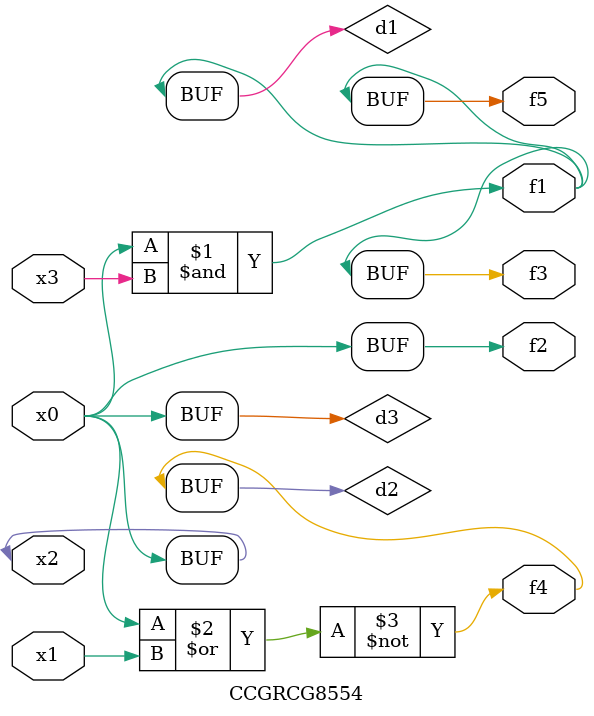
<source format=v>
module CCGRCG8554(
	input x0, x1, x2, x3,
	output f1, f2, f3, f4, f5
);

	wire d1, d2, d3;

	and (d1, x2, x3);
	nor (d2, x0, x1);
	buf (d3, x0, x2);
	assign f1 = d1;
	assign f2 = d3;
	assign f3 = d1;
	assign f4 = d2;
	assign f5 = d1;
endmodule

</source>
